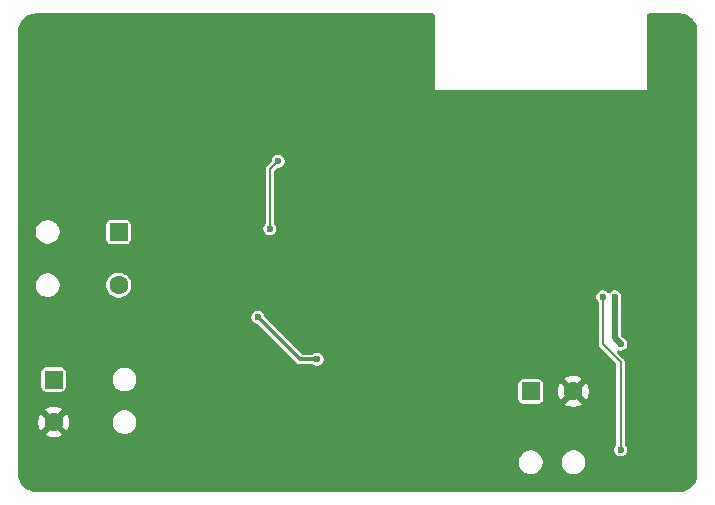
<source format=gbl>
%TF.GenerationSoftware,KiCad,Pcbnew,9.0.3*%
%TF.CreationDate,2025-09-14T12:06:08+10:00*%
%TF.ProjectId,WashingLineMonitor-P0001,57617368-696e-4674-9c69-6e654d6f6e69,AB*%
%TF.SameCoordinates,Original*%
%TF.FileFunction,Copper,L2,Bot*%
%TF.FilePolarity,Positive*%
%FSLAX46Y46*%
G04 Gerber Fmt 4.6, Leading zero omitted, Abs format (unit mm)*
G04 Created by KiCad (PCBNEW 9.0.3) date 2025-09-14 12:06:08*
%MOMM*%
%LPD*%
G01*
G04 APERTURE LIST*
G04 Aperture macros list*
%AMRoundRect*
0 Rectangle with rounded corners*
0 $1 Rounding radius*
0 $2 $3 $4 $5 $6 $7 $8 $9 X,Y pos of 4 corners*
0 Add a 4 corners polygon primitive as box body*
4,1,4,$2,$3,$4,$5,$6,$7,$8,$9,$2,$3,0*
0 Add four circle primitives for the rounded corners*
1,1,$1+$1,$2,$3*
1,1,$1+$1,$4,$5*
1,1,$1+$1,$6,$7*
1,1,$1+$1,$8,$9*
0 Add four rect primitives between the rounded corners*
20,1,$1+$1,$2,$3,$4,$5,0*
20,1,$1+$1,$4,$5,$6,$7,0*
20,1,$1+$1,$6,$7,$8,$9,0*
20,1,$1+$1,$8,$9,$2,$3,0*%
G04 Aperture macros list end*
%TA.AperFunction,ComponentPad*%
%ADD10RoundRect,0.250000X-0.550000X-0.550000X0.550000X-0.550000X0.550000X0.550000X-0.550000X0.550000X0*%
%TD*%
%TA.AperFunction,ComponentPad*%
%ADD11C,1.600000*%
%TD*%
%TA.AperFunction,ComponentPad*%
%ADD12RoundRect,0.250000X-0.550000X0.550000X-0.550000X-0.550000X0.550000X-0.550000X0.550000X0.550000X0*%
%TD*%
%TA.AperFunction,ViaPad*%
%ADD13C,0.600000*%
%TD*%
%TA.AperFunction,Conductor*%
%ADD14C,0.500000*%
%TD*%
%TA.AperFunction,Conductor*%
%ADD15C,0.300000*%
%TD*%
%TA.AperFunction,Conductor*%
%ADD16C,0.200000*%
%TD*%
G04 APERTURE END LIST*
D10*
%TO.P,J1,1,Pin_1*%
%TO.N,/Moisture Sensor/Vsens*%
X80900000Y-46500000D03*
D11*
%TO.P,J1,2,Pin_2*%
%TO.N,GND*%
X84500000Y-46500000D03*
%TD*%
D12*
%TO.P,L1,1,1*%
%TO.N,Net-(U6-AC2)*%
X46000000Y-33000000D03*
D11*
%TO.P,L1,2,2*%
%TO.N,Net-(C3-Pad1)*%
X46000000Y-37500000D03*
%TD*%
D12*
%TO.P,BT3,1,+*%
%TO.N,Vbatt*%
X40500000Y-45500000D03*
D11*
%TO.P,BT3,2,-*%
%TO.N,GND*%
X40500000Y-49100000D03*
%TD*%
D13*
%TO.N,GND*%
X67500000Y-27000000D03*
X83000000Y-27000000D03*
X62500000Y-21500000D03*
X50000000Y-49500000D03*
X92500000Y-23500000D03*
X66000000Y-50500000D03*
X59000000Y-52500000D03*
X75000000Y-21500000D03*
X65000000Y-48500000D03*
X69500000Y-33500000D03*
X76000000Y-38000000D03*
X68000000Y-35500000D03*
X70000000Y-35500000D03*
X58000000Y-52500000D03*
X77000000Y-47000000D03*
X69000000Y-35500000D03*
X91000000Y-49500000D03*
X71500000Y-52000000D03*
X77000000Y-49000000D03*
X55000000Y-52500000D03*
X71500000Y-51000000D03*
X56000000Y-34500000D03*
X77000000Y-38000000D03*
X56800000Y-34710000D03*
X76000000Y-37000000D03*
X68000000Y-32000000D03*
X61500000Y-49500000D03*
X74000000Y-47000000D03*
X71000000Y-23000000D03*
X65000000Y-47000000D03*
X54000000Y-49500000D03*
X74000000Y-49000000D03*
X82000000Y-27000000D03*
X83000000Y-29000000D03*
X63500000Y-49500000D03*
X92500000Y-24500000D03*
X75000000Y-37000000D03*
X75000000Y-22500000D03*
X66000000Y-35500000D03*
X91500000Y-45500000D03*
X91500000Y-44500000D03*
X52000000Y-49500000D03*
X88500000Y-23500000D03*
X92000000Y-49500000D03*
X80000000Y-27000000D03*
X93500000Y-22500000D03*
X71500000Y-53000000D03*
X59500000Y-21500000D03*
X76000000Y-52500000D03*
X60000000Y-52500000D03*
X92500000Y-21500000D03*
X83000000Y-32000000D03*
X60500000Y-49500000D03*
X83000000Y-28000000D03*
X62056265Y-32292265D03*
X66000000Y-53500000D03*
X75000000Y-23500000D03*
X75000000Y-38000000D03*
X64500000Y-49500000D03*
X88500000Y-22500000D03*
X71500000Y-50000000D03*
X66000000Y-52500000D03*
X51000000Y-49500000D03*
X65000000Y-35500000D03*
X55800000Y-35710000D03*
X79000000Y-27000000D03*
X71000000Y-21000000D03*
X59500000Y-49500000D03*
X71000000Y-22000000D03*
X72000000Y-21000000D03*
X83000000Y-31000000D03*
X56800000Y-35710000D03*
X93500000Y-21500000D03*
X71500000Y-49000000D03*
X88500000Y-21500000D03*
X83000000Y-30000000D03*
X74000000Y-48000000D03*
X66000000Y-51500000D03*
X92500000Y-20500000D03*
X76000000Y-51500000D03*
X64000000Y-21500000D03*
X67000000Y-35500000D03*
X93500000Y-23500000D03*
X56000000Y-21500000D03*
X93500000Y-24500000D03*
X65500000Y-45500000D03*
X75000000Y-36000000D03*
X62500000Y-49500000D03*
X53000000Y-21500000D03*
X93500000Y-20500000D03*
X81000000Y-27000000D03*
X69500000Y-28500000D03*
X53000000Y-49500000D03*
X77000000Y-48000000D03*
X92500000Y-22500000D03*
%TO.N,3V3*%
X88500000Y-42500000D03*
X88000000Y-38500000D03*
%TO.N,Net-(U6-AC1)*%
X62800000Y-43785000D03*
X57800000Y-40210000D03*
%TO.N,Net-(U6-RECT)*%
X59500000Y-27000000D03*
X58800000Y-32710000D03*
%TO.N,ESP_EN*%
X88500000Y-51450000D03*
X87000000Y-38500000D03*
%TD*%
D14*
%TO.N,3V3*%
X88000000Y-42000000D02*
X88000000Y-38500000D01*
X88500000Y-42500000D02*
X88000000Y-42000000D01*
D15*
%TO.N,Net-(U6-AC1)*%
X61375000Y-43785000D02*
X62800000Y-43785000D01*
X57800000Y-40210000D02*
X61375000Y-43785000D01*
D16*
%TO.N,Net-(U6-RECT)*%
X59500000Y-27010000D02*
X58800000Y-27710000D01*
X59500000Y-27000000D02*
X59500000Y-27010000D01*
X58800000Y-32710000D02*
X58800000Y-27710000D01*
%TO.N,ESP_EN*%
X88500000Y-44000000D02*
X87000000Y-42500000D01*
X88500000Y-51450000D02*
X88500000Y-44000000D01*
X87000000Y-42500000D02*
X87000000Y-38500000D01*
%TD*%
%TA.AperFunction,Conductor*%
%TO.N,GND*%
G36*
X72693039Y-14520185D02*
G01*
X72738794Y-14572989D01*
X72750000Y-14624500D01*
X72750000Y-21010000D01*
X90750000Y-21010000D01*
X90750000Y-14624500D01*
X90769685Y-14557461D01*
X90822489Y-14511706D01*
X90874000Y-14500500D01*
X93434108Y-14500500D01*
X93495572Y-14500500D01*
X93504418Y-14500816D01*
X93704561Y-14515130D01*
X93722063Y-14517647D01*
X93913797Y-14559355D01*
X93930755Y-14564334D01*
X94092064Y-14624500D01*
X94114609Y-14632909D01*
X94130701Y-14640259D01*
X94302904Y-14734288D01*
X94317784Y-14743849D01*
X94474867Y-14861441D01*
X94488237Y-14873027D01*
X94626972Y-15011762D01*
X94638558Y-15025132D01*
X94756146Y-15182210D01*
X94765711Y-15197095D01*
X94859740Y-15369298D01*
X94867090Y-15385390D01*
X94935662Y-15569236D01*
X94940646Y-15586212D01*
X94982351Y-15777931D01*
X94984869Y-15795442D01*
X94999184Y-15995580D01*
X94999500Y-16004427D01*
X94999500Y-53495572D01*
X94999184Y-53504419D01*
X94984869Y-53704557D01*
X94982351Y-53722068D01*
X94940646Y-53913787D01*
X94935662Y-53930763D01*
X94867090Y-54114609D01*
X94859740Y-54130701D01*
X94765711Y-54302904D01*
X94756146Y-54317789D01*
X94638558Y-54474867D01*
X94626972Y-54488237D01*
X94488237Y-54626972D01*
X94474867Y-54638558D01*
X94317789Y-54756146D01*
X94302904Y-54765711D01*
X94130701Y-54859740D01*
X94114609Y-54867090D01*
X93930763Y-54935662D01*
X93913787Y-54940646D01*
X93722068Y-54982351D01*
X93704557Y-54984869D01*
X93523779Y-54997799D01*
X93504417Y-54999184D01*
X93495572Y-54999500D01*
X39004428Y-54999500D01*
X38995582Y-54999184D01*
X38973622Y-54997613D01*
X38795442Y-54984869D01*
X38777931Y-54982351D01*
X38586212Y-54940646D01*
X38569236Y-54935662D01*
X38385390Y-54867090D01*
X38369298Y-54859740D01*
X38197095Y-54765711D01*
X38182210Y-54756146D01*
X38025132Y-54638558D01*
X38011762Y-54626972D01*
X37873027Y-54488237D01*
X37861441Y-54474867D01*
X37743849Y-54317784D01*
X37734288Y-54302904D01*
X37640259Y-54130701D01*
X37632909Y-54114609D01*
X37572091Y-53951551D01*
X37564334Y-53930755D01*
X37559355Y-53913797D01*
X37517647Y-53722063D01*
X37515130Y-53704556D01*
X37500816Y-53504418D01*
X37500500Y-53495572D01*
X37500500Y-52598543D01*
X79899499Y-52598543D01*
X79937947Y-52791829D01*
X79937950Y-52791839D01*
X80013364Y-52973907D01*
X80013371Y-52973920D01*
X80122860Y-53137781D01*
X80122863Y-53137785D01*
X80262214Y-53277136D01*
X80262218Y-53277139D01*
X80426079Y-53386628D01*
X80426092Y-53386635D01*
X80540704Y-53434108D01*
X80608165Y-53462051D01*
X80608169Y-53462051D01*
X80608170Y-53462052D01*
X80801456Y-53500500D01*
X80801459Y-53500500D01*
X80998543Y-53500500D01*
X81128582Y-53474632D01*
X81191835Y-53462051D01*
X81373914Y-53386632D01*
X81537782Y-53277139D01*
X81677139Y-53137782D01*
X81786632Y-52973914D01*
X81862051Y-52791835D01*
X81900500Y-52598543D01*
X83499499Y-52598543D01*
X83537947Y-52791829D01*
X83537950Y-52791839D01*
X83613364Y-52973907D01*
X83613371Y-52973920D01*
X83722860Y-53137781D01*
X83722863Y-53137785D01*
X83862214Y-53277136D01*
X83862218Y-53277139D01*
X84026079Y-53386628D01*
X84026092Y-53386635D01*
X84140704Y-53434108D01*
X84208165Y-53462051D01*
X84208169Y-53462051D01*
X84208170Y-53462052D01*
X84401456Y-53500500D01*
X84401459Y-53500500D01*
X84598543Y-53500500D01*
X84728582Y-53474632D01*
X84791835Y-53462051D01*
X84973914Y-53386632D01*
X85137782Y-53277139D01*
X85277139Y-53137782D01*
X85386632Y-52973914D01*
X85462051Y-52791835D01*
X85500500Y-52598541D01*
X85500500Y-52401459D01*
X85500500Y-52401456D01*
X85462052Y-52208170D01*
X85462051Y-52208169D01*
X85462051Y-52208165D01*
X85462049Y-52208160D01*
X85386635Y-52026092D01*
X85386628Y-52026079D01*
X85277139Y-51862218D01*
X85277136Y-51862214D01*
X85137785Y-51722863D01*
X85137781Y-51722860D01*
X84973920Y-51613371D01*
X84973907Y-51613364D01*
X84791839Y-51537950D01*
X84791829Y-51537947D01*
X84598543Y-51499500D01*
X84598541Y-51499500D01*
X84401459Y-51499500D01*
X84401457Y-51499500D01*
X84208170Y-51537947D01*
X84208160Y-51537950D01*
X84026092Y-51613364D01*
X84026079Y-51613371D01*
X83862218Y-51722860D01*
X83862214Y-51722863D01*
X83722863Y-51862214D01*
X83722860Y-51862218D01*
X83613371Y-52026079D01*
X83613364Y-52026092D01*
X83537950Y-52208160D01*
X83537947Y-52208170D01*
X83499500Y-52401456D01*
X83499500Y-52401459D01*
X83499500Y-52598541D01*
X83499500Y-52598543D01*
X83499499Y-52598543D01*
X81900500Y-52598543D01*
X81900500Y-52598541D01*
X81900500Y-52401459D01*
X81900500Y-52401456D01*
X81862052Y-52208170D01*
X81862051Y-52208169D01*
X81862051Y-52208165D01*
X81862049Y-52208160D01*
X81786635Y-52026092D01*
X81786628Y-52026079D01*
X81677139Y-51862218D01*
X81677136Y-51862214D01*
X81537785Y-51722863D01*
X81537781Y-51722860D01*
X81373920Y-51613371D01*
X81373907Y-51613364D01*
X81191839Y-51537950D01*
X81191829Y-51537947D01*
X80998543Y-51499500D01*
X80998541Y-51499500D01*
X80801459Y-51499500D01*
X80801457Y-51499500D01*
X80608170Y-51537947D01*
X80608160Y-51537950D01*
X80426092Y-51613364D01*
X80426079Y-51613371D01*
X80262218Y-51722860D01*
X80262214Y-51722863D01*
X80122863Y-51862214D01*
X80122860Y-51862218D01*
X80013371Y-52026079D01*
X80013364Y-52026092D01*
X79937950Y-52208160D01*
X79937947Y-52208170D01*
X79899500Y-52401456D01*
X79899500Y-52401459D01*
X79899500Y-52598541D01*
X79899500Y-52598543D01*
X79899499Y-52598543D01*
X37500500Y-52598543D01*
X37500500Y-50179474D01*
X39774076Y-50179474D01*
X39818650Y-50211859D01*
X40000968Y-50304755D01*
X40195582Y-50367990D01*
X40397683Y-50400000D01*
X40602317Y-50400000D01*
X40804417Y-50367990D01*
X40999031Y-50304755D01*
X41181349Y-50211859D01*
X41225921Y-50179474D01*
X40500000Y-49453553D01*
X39774076Y-50179474D01*
X37500500Y-50179474D01*
X37500500Y-48997682D01*
X39200000Y-48997682D01*
X39200000Y-49202317D01*
X39232009Y-49404417D01*
X39295244Y-49599031D01*
X39388141Y-49781350D01*
X39388147Y-49781359D01*
X39420523Y-49825921D01*
X39420524Y-49825922D01*
X40146446Y-49100001D01*
X40146446Y-49099999D01*
X40106951Y-49060504D01*
X40200000Y-49060504D01*
X40200000Y-49139496D01*
X40220444Y-49215796D01*
X40259940Y-49284205D01*
X40315795Y-49340060D01*
X40384204Y-49379556D01*
X40460504Y-49400000D01*
X40539496Y-49400000D01*
X40615796Y-49379556D01*
X40684205Y-49340060D01*
X40740060Y-49284205D01*
X40779556Y-49215796D01*
X40800000Y-49139496D01*
X40800000Y-49099999D01*
X40853553Y-49099999D01*
X40853553Y-49100001D01*
X41579474Y-49825922D01*
X41579474Y-49825921D01*
X41611859Y-49781349D01*
X41704755Y-49599031D01*
X41767990Y-49404417D01*
X41800000Y-49202317D01*
X41800000Y-49198543D01*
X45499499Y-49198543D01*
X45537947Y-49391829D01*
X45537950Y-49391839D01*
X45613364Y-49573907D01*
X45613371Y-49573920D01*
X45722860Y-49737781D01*
X45722863Y-49737785D01*
X45862214Y-49877136D01*
X45862218Y-49877139D01*
X46026079Y-49986628D01*
X46026092Y-49986635D01*
X46208160Y-50062049D01*
X46208165Y-50062051D01*
X46208169Y-50062051D01*
X46208170Y-50062052D01*
X46401456Y-50100500D01*
X46401459Y-50100500D01*
X46598543Y-50100500D01*
X46728582Y-50074632D01*
X46791835Y-50062051D01*
X46973914Y-49986632D01*
X47137782Y-49877139D01*
X47277139Y-49737782D01*
X47386632Y-49573914D01*
X47462051Y-49391835D01*
X47500500Y-49198541D01*
X47500500Y-49001459D01*
X47500500Y-49001456D01*
X47462052Y-48808170D01*
X47462051Y-48808169D01*
X47462051Y-48808165D01*
X47456839Y-48795582D01*
X47386635Y-48626092D01*
X47386628Y-48626079D01*
X47277139Y-48462218D01*
X47277136Y-48462214D01*
X47137785Y-48322863D01*
X47137781Y-48322860D01*
X46973920Y-48213371D01*
X46973907Y-48213364D01*
X46791839Y-48137950D01*
X46791829Y-48137947D01*
X46598543Y-48099500D01*
X46598541Y-48099500D01*
X46401459Y-48099500D01*
X46401457Y-48099500D01*
X46208170Y-48137947D01*
X46208160Y-48137950D01*
X46026092Y-48213364D01*
X46026079Y-48213371D01*
X45862218Y-48322860D01*
X45862214Y-48322863D01*
X45722863Y-48462214D01*
X45722860Y-48462218D01*
X45613371Y-48626079D01*
X45613364Y-48626092D01*
X45537950Y-48808160D01*
X45537947Y-48808170D01*
X45499500Y-49001456D01*
X45499500Y-49001459D01*
X45499500Y-49198541D01*
X45499500Y-49198543D01*
X45499499Y-49198543D01*
X41800000Y-49198543D01*
X41800000Y-48997682D01*
X41767990Y-48795582D01*
X41704755Y-48600968D01*
X41611859Y-48418650D01*
X41579474Y-48374077D01*
X41579474Y-48374076D01*
X40853553Y-49099999D01*
X40800000Y-49099999D01*
X40800000Y-49060504D01*
X40779556Y-48984204D01*
X40740060Y-48915795D01*
X40684205Y-48859940D01*
X40615796Y-48820444D01*
X40539496Y-48800000D01*
X40460504Y-48800000D01*
X40384204Y-48820444D01*
X40315795Y-48859940D01*
X40259940Y-48915795D01*
X40220444Y-48984204D01*
X40200000Y-49060504D01*
X40106951Y-49060504D01*
X39420524Y-48374077D01*
X39420523Y-48374077D01*
X39388143Y-48418644D01*
X39295244Y-48600968D01*
X39232009Y-48795582D01*
X39200000Y-48997682D01*
X37500500Y-48997682D01*
X37500500Y-48020523D01*
X39774077Y-48020523D01*
X39774077Y-48020524D01*
X40500000Y-48746446D01*
X41225922Y-48020524D01*
X41225921Y-48020523D01*
X41181359Y-47988147D01*
X41181350Y-47988141D01*
X40999031Y-47895244D01*
X40804417Y-47832009D01*
X40602317Y-47800000D01*
X40397683Y-47800000D01*
X40195582Y-47832009D01*
X40000968Y-47895244D01*
X39818644Y-47988143D01*
X39774077Y-48020523D01*
X37500500Y-48020523D01*
X37500500Y-47579474D01*
X83774076Y-47579474D01*
X83818650Y-47611859D01*
X84000968Y-47704755D01*
X84195582Y-47767990D01*
X84397683Y-47800000D01*
X84602317Y-47800000D01*
X84804417Y-47767990D01*
X84999031Y-47704755D01*
X85181349Y-47611859D01*
X85225921Y-47579474D01*
X84500000Y-46853553D01*
X83774076Y-47579474D01*
X37500500Y-47579474D01*
X37500500Y-44902135D01*
X39449500Y-44902135D01*
X39449500Y-46097870D01*
X39449501Y-46097876D01*
X39455908Y-46157483D01*
X39506202Y-46292328D01*
X39506206Y-46292335D01*
X39592452Y-46407544D01*
X39592455Y-46407547D01*
X39707664Y-46493793D01*
X39707671Y-46493797D01*
X39842517Y-46544091D01*
X39842516Y-46544091D01*
X39849444Y-46544835D01*
X39902127Y-46550500D01*
X41097872Y-46550499D01*
X41157483Y-46544091D01*
X41292331Y-46493796D01*
X41407546Y-46407546D01*
X41493796Y-46292331D01*
X41544091Y-46157483D01*
X41550500Y-46097873D01*
X41550500Y-45598543D01*
X45499499Y-45598543D01*
X45537947Y-45791829D01*
X45537950Y-45791839D01*
X45613364Y-45973907D01*
X45613371Y-45973920D01*
X45722860Y-46137781D01*
X45722863Y-46137785D01*
X45862214Y-46277136D01*
X45862218Y-46277139D01*
X46026079Y-46386628D01*
X46026092Y-46386635D01*
X46204430Y-46460504D01*
X46208165Y-46462051D01*
X46208169Y-46462051D01*
X46208170Y-46462052D01*
X46401456Y-46500500D01*
X46401459Y-46500500D01*
X46598543Y-46500500D01*
X46728582Y-46474632D01*
X46791835Y-46462051D01*
X46973914Y-46386632D01*
X47137782Y-46277139D01*
X47277139Y-46137782D01*
X47386632Y-45973914D01*
X47416364Y-45902135D01*
X79849500Y-45902135D01*
X79849500Y-47097870D01*
X79849501Y-47097876D01*
X79855908Y-47157483D01*
X79906202Y-47292328D01*
X79906206Y-47292335D01*
X79992452Y-47407544D01*
X79992455Y-47407547D01*
X80107664Y-47493793D01*
X80107671Y-47493797D01*
X80242517Y-47544091D01*
X80242516Y-47544091D01*
X80249444Y-47544835D01*
X80302127Y-47550500D01*
X81497872Y-47550499D01*
X81557483Y-47544091D01*
X81692331Y-47493796D01*
X81807546Y-47407546D01*
X81893796Y-47292331D01*
X81944091Y-47157483D01*
X81950500Y-47097873D01*
X81950499Y-46397682D01*
X83200000Y-46397682D01*
X83200000Y-46602317D01*
X83232009Y-46804417D01*
X83295244Y-46999031D01*
X83388141Y-47181350D01*
X83388147Y-47181359D01*
X83420523Y-47225921D01*
X83420524Y-47225922D01*
X84146446Y-46500001D01*
X84146446Y-46499999D01*
X84106951Y-46460504D01*
X84200000Y-46460504D01*
X84200000Y-46539496D01*
X84220444Y-46615796D01*
X84259940Y-46684205D01*
X84315795Y-46740060D01*
X84384204Y-46779556D01*
X84460504Y-46800000D01*
X84539496Y-46800000D01*
X84615796Y-46779556D01*
X84684205Y-46740060D01*
X84740060Y-46684205D01*
X84779556Y-46615796D01*
X84800000Y-46539496D01*
X84800000Y-46499999D01*
X84853553Y-46499999D01*
X84853553Y-46500000D01*
X85579474Y-47225921D01*
X85611859Y-47181349D01*
X85704755Y-46999031D01*
X85767990Y-46804417D01*
X85800000Y-46602317D01*
X85800000Y-46397682D01*
X85767990Y-46195582D01*
X85704755Y-46000968D01*
X85611859Y-45818650D01*
X85579474Y-45774077D01*
X85579474Y-45774076D01*
X84853553Y-46499999D01*
X84800000Y-46499999D01*
X84800000Y-46460504D01*
X84779556Y-46384204D01*
X84740060Y-46315795D01*
X84684205Y-46259940D01*
X84615796Y-46220444D01*
X84539496Y-46200000D01*
X84460504Y-46200000D01*
X84384204Y-46220444D01*
X84315795Y-46259940D01*
X84259940Y-46315795D01*
X84220444Y-46384204D01*
X84200000Y-46460504D01*
X84106951Y-46460504D01*
X83420524Y-45774077D01*
X83420523Y-45774077D01*
X83388143Y-45818644D01*
X83295244Y-46000968D01*
X83232009Y-46195582D01*
X83200000Y-46397682D01*
X81950499Y-46397682D01*
X81950499Y-45902128D01*
X81944091Y-45842517D01*
X81935189Y-45818650D01*
X81893797Y-45707671D01*
X81893793Y-45707664D01*
X81807547Y-45592455D01*
X81807544Y-45592452D01*
X81773610Y-45567049D01*
X81692335Y-45506206D01*
X81692328Y-45506202D01*
X81557482Y-45455908D01*
X81557483Y-45455908D01*
X81497883Y-45449501D01*
X81497881Y-45449500D01*
X81497873Y-45449500D01*
X81497864Y-45449500D01*
X80302129Y-45449500D01*
X80302123Y-45449501D01*
X80242516Y-45455908D01*
X80107671Y-45506202D01*
X80107664Y-45506206D01*
X79992455Y-45592452D01*
X79992452Y-45592455D01*
X79906206Y-45707664D01*
X79906202Y-45707671D01*
X79855908Y-45842517D01*
X79849501Y-45902116D01*
X79849501Y-45902123D01*
X79849500Y-45902135D01*
X47416364Y-45902135D01*
X47416369Y-45902123D01*
X47437398Y-45851354D01*
X47462049Y-45791839D01*
X47462051Y-45791835D01*
X47474632Y-45728582D01*
X47500500Y-45598543D01*
X47500500Y-45420523D01*
X83774077Y-45420523D01*
X83774077Y-45420524D01*
X84500000Y-46146446D01*
X85225922Y-45420524D01*
X85225921Y-45420523D01*
X85181359Y-45388147D01*
X85181350Y-45388141D01*
X84999031Y-45295244D01*
X84804417Y-45232009D01*
X84602317Y-45200000D01*
X84397683Y-45200000D01*
X84195582Y-45232009D01*
X84000968Y-45295244D01*
X83818644Y-45388143D01*
X83774077Y-45420523D01*
X47500500Y-45420523D01*
X47500500Y-45401456D01*
X47462052Y-45208170D01*
X47462051Y-45208169D01*
X47462051Y-45208165D01*
X47458669Y-45200000D01*
X47386635Y-45026092D01*
X47386628Y-45026079D01*
X47277139Y-44862218D01*
X47277136Y-44862214D01*
X47137785Y-44722863D01*
X47137781Y-44722860D01*
X46973920Y-44613371D01*
X46973907Y-44613364D01*
X46791839Y-44537950D01*
X46791829Y-44537947D01*
X46598543Y-44499500D01*
X46598541Y-44499500D01*
X46401459Y-44499500D01*
X46401457Y-44499500D01*
X46208170Y-44537947D01*
X46208160Y-44537950D01*
X46026092Y-44613364D01*
X46026079Y-44613371D01*
X45862218Y-44722860D01*
X45862214Y-44722863D01*
X45722863Y-44862214D01*
X45722860Y-44862218D01*
X45613371Y-45026079D01*
X45613364Y-45026092D01*
X45537950Y-45208160D01*
X45537947Y-45208170D01*
X45499500Y-45401456D01*
X45499500Y-45401459D01*
X45499500Y-45598541D01*
X45499500Y-45598543D01*
X45499499Y-45598543D01*
X41550500Y-45598543D01*
X41550499Y-44902128D01*
X41544091Y-44842517D01*
X41499462Y-44722861D01*
X41493797Y-44707671D01*
X41493793Y-44707664D01*
X41407547Y-44592455D01*
X41407544Y-44592452D01*
X41292335Y-44506206D01*
X41292328Y-44506202D01*
X41157482Y-44455908D01*
X41157483Y-44455908D01*
X41097883Y-44449501D01*
X41097881Y-44449500D01*
X41097873Y-44449500D01*
X41097864Y-44449500D01*
X39902129Y-44449500D01*
X39902123Y-44449501D01*
X39842516Y-44455908D01*
X39707671Y-44506202D01*
X39707664Y-44506206D01*
X39592455Y-44592452D01*
X39592452Y-44592455D01*
X39506206Y-44707664D01*
X39506202Y-44707671D01*
X39455908Y-44842517D01*
X39449501Y-44902116D01*
X39449501Y-44902123D01*
X39449500Y-44902135D01*
X37500500Y-44902135D01*
X37500500Y-40137525D01*
X57249500Y-40137525D01*
X57249500Y-40282475D01*
X57287016Y-40422485D01*
X57287017Y-40422488D01*
X57359488Y-40548011D01*
X57359490Y-40548013D01*
X57359491Y-40548015D01*
X57461985Y-40650509D01*
X57461986Y-40650510D01*
X57461988Y-40650511D01*
X57587511Y-40722982D01*
X57587512Y-40722982D01*
X57587515Y-40722984D01*
X57727525Y-40760500D01*
X57732745Y-40760500D01*
X57799784Y-40780185D01*
X57820426Y-40796819D01*
X61054519Y-44030912D01*
X61054520Y-44030913D01*
X61129087Y-44105480D01*
X61220413Y-44158207D01*
X61322273Y-44185500D01*
X61427726Y-44185500D01*
X62370614Y-44185500D01*
X62437653Y-44205185D01*
X62458295Y-44221819D01*
X62461985Y-44225509D01*
X62461986Y-44225510D01*
X62461988Y-44225511D01*
X62587511Y-44297982D01*
X62587512Y-44297982D01*
X62587515Y-44297984D01*
X62727525Y-44335500D01*
X62727528Y-44335500D01*
X62872472Y-44335500D01*
X62872475Y-44335500D01*
X63012485Y-44297984D01*
X63138015Y-44225509D01*
X63240509Y-44123015D01*
X63312984Y-43997485D01*
X63350500Y-43857475D01*
X63350500Y-43712525D01*
X63312984Y-43572515D01*
X63240509Y-43446985D01*
X63138015Y-43344491D01*
X63138013Y-43344490D01*
X63138011Y-43344488D01*
X63012488Y-43272017D01*
X63012489Y-43272017D01*
X63001006Y-43268940D01*
X62872475Y-43234500D01*
X62727525Y-43234500D01*
X62598993Y-43268940D01*
X62587511Y-43272017D01*
X62461988Y-43344488D01*
X62461982Y-43344493D01*
X62458295Y-43348181D01*
X62396972Y-43381666D01*
X62370614Y-43384500D01*
X61592255Y-43384500D01*
X61525216Y-43364815D01*
X61504574Y-43348181D01*
X58386819Y-40230426D01*
X58353334Y-40169103D01*
X58350500Y-40142745D01*
X58350500Y-40137527D01*
X58350500Y-40137525D01*
X58312984Y-39997515D01*
X58240509Y-39871985D01*
X58138015Y-39769491D01*
X58138013Y-39769490D01*
X58138011Y-39769488D01*
X58012488Y-39697017D01*
X58012489Y-39697017D01*
X58001006Y-39693940D01*
X57872475Y-39659500D01*
X57727525Y-39659500D01*
X57598993Y-39693940D01*
X57587511Y-39697017D01*
X57461988Y-39769488D01*
X57461982Y-39769493D01*
X57359493Y-39871982D01*
X57359488Y-39871988D01*
X57287017Y-39997511D01*
X57287016Y-39997515D01*
X57249500Y-40137525D01*
X37500500Y-40137525D01*
X37500500Y-37598543D01*
X38999499Y-37598543D01*
X39037947Y-37791829D01*
X39037950Y-37791839D01*
X39113364Y-37973907D01*
X39113371Y-37973920D01*
X39222860Y-38137781D01*
X39222863Y-38137785D01*
X39362214Y-38277136D01*
X39362218Y-38277139D01*
X39526079Y-38386628D01*
X39526092Y-38386635D01*
X39633058Y-38430941D01*
X39708165Y-38462051D01*
X39708169Y-38462051D01*
X39708170Y-38462052D01*
X39901456Y-38500500D01*
X39901459Y-38500500D01*
X40098543Y-38500500D01*
X40228582Y-38474632D01*
X40291835Y-38462051D01*
X40473914Y-38386632D01*
X40637782Y-38277139D01*
X40777139Y-38137782D01*
X40886632Y-37973914D01*
X40962051Y-37791835D01*
X40999520Y-37603469D01*
X41000500Y-37598543D01*
X41000500Y-37401456D01*
X40999520Y-37396530D01*
X44949500Y-37396530D01*
X44949500Y-37603469D01*
X44989868Y-37806412D01*
X44989870Y-37806420D01*
X45069058Y-37997596D01*
X45184024Y-38169657D01*
X45330342Y-38315975D01*
X45330345Y-38315977D01*
X45502402Y-38430941D01*
X45693580Y-38510130D01*
X45896530Y-38550499D01*
X45896534Y-38550500D01*
X45896535Y-38550500D01*
X46103466Y-38550500D01*
X46103467Y-38550499D01*
X46306420Y-38510130D01*
X46497598Y-38430941D01*
X46502710Y-38427525D01*
X86449500Y-38427525D01*
X86449500Y-38572475D01*
X86487016Y-38712485D01*
X86487017Y-38712488D01*
X86559488Y-38838011D01*
X86559493Y-38838017D01*
X86613181Y-38891705D01*
X86646666Y-38953028D01*
X86649500Y-38979386D01*
X86649500Y-42546144D01*
X86656556Y-42572475D01*
X86673386Y-42635287D01*
X86673387Y-42635290D01*
X86719527Y-42715208D01*
X86719531Y-42715213D01*
X88113181Y-44108862D01*
X88146666Y-44170185D01*
X88149500Y-44196543D01*
X88149500Y-50970614D01*
X88129815Y-51037653D01*
X88113181Y-51058295D01*
X88059493Y-51111982D01*
X88059488Y-51111988D01*
X87987017Y-51237511D01*
X87987016Y-51237515D01*
X87949500Y-51377525D01*
X87949500Y-51522475D01*
X87953647Y-51537950D01*
X87987017Y-51662488D01*
X88059488Y-51788011D01*
X88059490Y-51788013D01*
X88059491Y-51788015D01*
X88161985Y-51890509D01*
X88161986Y-51890510D01*
X88161988Y-51890511D01*
X88287511Y-51962982D01*
X88287512Y-51962982D01*
X88287515Y-51962984D01*
X88427525Y-52000500D01*
X88427528Y-52000500D01*
X88572472Y-52000500D01*
X88572475Y-52000500D01*
X88712485Y-51962984D01*
X88838015Y-51890509D01*
X88940509Y-51788015D01*
X89012984Y-51662485D01*
X89050500Y-51522475D01*
X89050500Y-51377525D01*
X89012984Y-51237515D01*
X88940509Y-51111985D01*
X88886819Y-51058295D01*
X88853334Y-50996972D01*
X88850500Y-50970614D01*
X88850500Y-43953858D01*
X88850500Y-43953856D01*
X88826614Y-43864712D01*
X88822434Y-43857472D01*
X88780473Y-43784794D01*
X88780470Y-43784791D01*
X88780469Y-43784788D01*
X88715212Y-43719531D01*
X88233828Y-43238147D01*
X88200344Y-43176825D01*
X88205328Y-43107133D01*
X88247200Y-43051200D01*
X88312664Y-43026783D01*
X88353599Y-43030691D01*
X88427525Y-43050500D01*
X88427528Y-43050500D01*
X88572472Y-43050500D01*
X88572475Y-43050500D01*
X88712485Y-43012984D01*
X88838015Y-42940509D01*
X88940509Y-42838015D01*
X89012984Y-42712485D01*
X89050500Y-42572475D01*
X89050500Y-42427525D01*
X89012984Y-42287515D01*
X88940509Y-42161985D01*
X88838015Y-42059491D01*
X88712485Y-41987016D01*
X88712482Y-41987015D01*
X88705121Y-41983965D01*
X88698193Y-41979335D01*
X88693157Y-41978240D01*
X88664903Y-41957089D01*
X88536819Y-41829005D01*
X88503334Y-41767682D01*
X88500500Y-41741324D01*
X88500500Y-38767288D01*
X88509941Y-38719831D01*
X88512982Y-38712488D01*
X88512981Y-38712488D01*
X88512984Y-38712485D01*
X88550500Y-38572475D01*
X88550500Y-38427525D01*
X88512984Y-38287515D01*
X88506993Y-38277139D01*
X88440511Y-38161988D01*
X88440506Y-38161982D01*
X88338017Y-38059493D01*
X88338011Y-38059488D01*
X88212488Y-37987017D01*
X88212489Y-37987017D01*
X88201006Y-37983940D01*
X88072475Y-37949500D01*
X87927525Y-37949500D01*
X87798993Y-37983940D01*
X87787511Y-37987017D01*
X87661988Y-38059488D01*
X87661982Y-38059493D01*
X87587681Y-38133795D01*
X87526358Y-38167280D01*
X87456666Y-38162296D01*
X87412319Y-38133795D01*
X87338017Y-38059493D01*
X87338011Y-38059488D01*
X87212488Y-37987017D01*
X87212489Y-37987017D01*
X87201006Y-37983940D01*
X87072475Y-37949500D01*
X86927525Y-37949500D01*
X86798993Y-37983940D01*
X86787511Y-37987017D01*
X86661988Y-38059488D01*
X86661982Y-38059493D01*
X86559493Y-38161982D01*
X86559488Y-38161988D01*
X86487017Y-38287511D01*
X86487016Y-38287515D01*
X86449500Y-38427525D01*
X46502710Y-38427525D01*
X46669655Y-38315977D01*
X46815977Y-38169655D01*
X46930941Y-37997598D01*
X47010130Y-37806420D01*
X47050500Y-37603465D01*
X47050500Y-37396535D01*
X47010130Y-37193580D01*
X46930941Y-37002402D01*
X46815977Y-36830345D01*
X46815975Y-36830342D01*
X46669657Y-36684024D01*
X46563916Y-36613371D01*
X46497598Y-36569059D01*
X46422492Y-36537949D01*
X46306420Y-36489870D01*
X46306412Y-36489868D01*
X46103469Y-36449500D01*
X46103465Y-36449500D01*
X45896535Y-36449500D01*
X45896530Y-36449500D01*
X45693587Y-36489868D01*
X45693579Y-36489870D01*
X45502403Y-36569058D01*
X45330342Y-36684024D01*
X45184024Y-36830342D01*
X45069058Y-37002403D01*
X44989870Y-37193579D01*
X44989868Y-37193587D01*
X44949500Y-37396530D01*
X40999520Y-37396530D01*
X40962052Y-37208170D01*
X40962051Y-37208169D01*
X40962051Y-37208165D01*
X40956009Y-37193579D01*
X40886635Y-37026092D01*
X40886628Y-37026079D01*
X40777139Y-36862218D01*
X40777136Y-36862214D01*
X40637785Y-36722863D01*
X40637781Y-36722860D01*
X40473920Y-36613371D01*
X40473907Y-36613364D01*
X40291839Y-36537950D01*
X40291829Y-36537947D01*
X40098543Y-36499500D01*
X40098541Y-36499500D01*
X39901459Y-36499500D01*
X39901457Y-36499500D01*
X39708170Y-36537947D01*
X39708160Y-36537950D01*
X39526092Y-36613364D01*
X39526079Y-36613371D01*
X39362218Y-36722860D01*
X39362214Y-36722863D01*
X39222863Y-36862214D01*
X39222860Y-36862218D01*
X39113371Y-37026079D01*
X39113364Y-37026092D01*
X39037950Y-37208160D01*
X39037947Y-37208170D01*
X38999500Y-37401456D01*
X38999500Y-37401459D01*
X38999500Y-37598541D01*
X38999500Y-37598543D01*
X38999499Y-37598543D01*
X37500500Y-37598543D01*
X37500500Y-33098543D01*
X38999499Y-33098543D01*
X39037947Y-33291829D01*
X39037950Y-33291839D01*
X39113364Y-33473907D01*
X39113371Y-33473920D01*
X39222860Y-33637781D01*
X39222863Y-33637785D01*
X39362214Y-33777136D01*
X39362218Y-33777139D01*
X39526079Y-33886628D01*
X39526092Y-33886635D01*
X39708160Y-33962049D01*
X39708165Y-33962051D01*
X39708169Y-33962051D01*
X39708170Y-33962052D01*
X39901456Y-34000500D01*
X39901459Y-34000500D01*
X40098543Y-34000500D01*
X40228582Y-33974632D01*
X40291835Y-33962051D01*
X40473914Y-33886632D01*
X40637782Y-33777139D01*
X40777139Y-33637782D01*
X40886632Y-33473914D01*
X40962051Y-33291835D01*
X40975747Y-33222982D01*
X41000500Y-33098543D01*
X41000500Y-32901456D01*
X40962052Y-32708170D01*
X40962051Y-32708169D01*
X40962051Y-32708165D01*
X40932791Y-32637525D01*
X40886635Y-32526092D01*
X40886628Y-32526079D01*
X40847618Y-32467697D01*
X40803811Y-32402135D01*
X44949500Y-32402135D01*
X44949500Y-33597870D01*
X44949501Y-33597876D01*
X44955908Y-33657483D01*
X45006202Y-33792328D01*
X45006206Y-33792335D01*
X45092452Y-33907544D01*
X45092455Y-33907547D01*
X45207664Y-33993793D01*
X45207671Y-33993797D01*
X45342517Y-34044091D01*
X45342516Y-34044091D01*
X45349444Y-34044835D01*
X45402127Y-34050500D01*
X46597872Y-34050499D01*
X46657483Y-34044091D01*
X46792331Y-33993796D01*
X46907546Y-33907546D01*
X46993796Y-33792331D01*
X47044091Y-33657483D01*
X47050500Y-33597873D01*
X47050499Y-32637525D01*
X58249500Y-32637525D01*
X58249500Y-32782475D01*
X58281382Y-32901459D01*
X58287017Y-32922488D01*
X58359488Y-33048011D01*
X58359490Y-33048013D01*
X58359491Y-33048015D01*
X58461985Y-33150509D01*
X58461986Y-33150510D01*
X58461988Y-33150511D01*
X58587511Y-33222982D01*
X58587512Y-33222982D01*
X58587515Y-33222984D01*
X58727525Y-33260500D01*
X58727528Y-33260500D01*
X58872472Y-33260500D01*
X58872475Y-33260500D01*
X59012485Y-33222984D01*
X59138015Y-33150509D01*
X59240509Y-33048015D01*
X59312984Y-32922485D01*
X59350500Y-32782475D01*
X59350500Y-32637525D01*
X59312984Y-32497515D01*
X59257909Y-32402123D01*
X59240511Y-32371988D01*
X59240506Y-32371982D01*
X59186819Y-32318295D01*
X59153334Y-32256972D01*
X59150500Y-32230614D01*
X59150500Y-27906544D01*
X59170185Y-27839505D01*
X59186819Y-27818863D01*
X59418863Y-27586819D01*
X59480186Y-27553334D01*
X59506544Y-27550500D01*
X59572472Y-27550500D01*
X59572475Y-27550500D01*
X59712485Y-27512984D01*
X59838015Y-27440509D01*
X59940509Y-27338015D01*
X60012984Y-27212485D01*
X60050500Y-27072475D01*
X60050500Y-26927525D01*
X60012984Y-26787515D01*
X59940509Y-26661985D01*
X59838015Y-26559491D01*
X59838013Y-26559490D01*
X59838011Y-26559488D01*
X59712488Y-26487017D01*
X59712489Y-26487017D01*
X59701006Y-26483940D01*
X59572475Y-26449500D01*
X59427525Y-26449500D01*
X59298993Y-26483940D01*
X59287511Y-26487017D01*
X59161988Y-26559488D01*
X59161982Y-26559493D01*
X59059493Y-26661982D01*
X59059488Y-26661988D01*
X58987017Y-26787511D01*
X58987016Y-26787515D01*
X58949500Y-26927525D01*
X58949500Y-26927527D01*
X58949500Y-27013455D01*
X58929815Y-27080494D01*
X58913181Y-27101136D01*
X58519533Y-27494783D01*
X58519532Y-27494784D01*
X58519530Y-27494788D01*
X58509025Y-27512984D01*
X58491205Y-27543848D01*
X58473386Y-27574711D01*
X58449500Y-27663856D01*
X58449500Y-32230614D01*
X58429815Y-32297653D01*
X58413181Y-32318295D01*
X58359493Y-32371982D01*
X58359488Y-32371988D01*
X58287017Y-32497511D01*
X58287016Y-32497515D01*
X58249500Y-32637525D01*
X47050499Y-32637525D01*
X47050499Y-32402128D01*
X47044091Y-32342517D01*
X46999462Y-32222861D01*
X46993797Y-32207671D01*
X46993793Y-32207664D01*
X46907547Y-32092455D01*
X46907544Y-32092452D01*
X46792335Y-32006206D01*
X46792328Y-32006202D01*
X46657482Y-31955908D01*
X46657483Y-31955908D01*
X46597883Y-31949501D01*
X46597881Y-31949500D01*
X46597873Y-31949500D01*
X46597864Y-31949500D01*
X45402129Y-31949500D01*
X45402123Y-31949501D01*
X45342516Y-31955908D01*
X45207671Y-32006202D01*
X45207664Y-32006206D01*
X45092455Y-32092452D01*
X45092452Y-32092455D01*
X45006206Y-32207664D01*
X45006202Y-32207671D01*
X44955908Y-32342517D01*
X44952740Y-32371988D01*
X44949501Y-32402123D01*
X44949500Y-32402135D01*
X40803811Y-32402135D01*
X40777139Y-32362217D01*
X40637785Y-32222863D01*
X40637781Y-32222860D01*
X40473920Y-32113371D01*
X40473907Y-32113364D01*
X40291839Y-32037950D01*
X40291829Y-32037947D01*
X40098543Y-31999500D01*
X40098541Y-31999500D01*
X39901459Y-31999500D01*
X39901457Y-31999500D01*
X39708170Y-32037947D01*
X39708160Y-32037950D01*
X39526092Y-32113364D01*
X39526079Y-32113371D01*
X39362218Y-32222860D01*
X39362214Y-32222863D01*
X39222863Y-32362214D01*
X39222860Y-32362218D01*
X39113371Y-32526079D01*
X39113364Y-32526092D01*
X39037950Y-32708160D01*
X39037947Y-32708170D01*
X38999500Y-32901456D01*
X38999500Y-32901459D01*
X38999500Y-33098541D01*
X38999500Y-33098543D01*
X38999499Y-33098543D01*
X37500500Y-33098543D01*
X37500500Y-16004427D01*
X37500816Y-15995581D01*
X37515130Y-15795443D01*
X37515131Y-15795434D01*
X37517646Y-15777938D01*
X37559356Y-15586199D01*
X37564333Y-15569248D01*
X37632911Y-15385385D01*
X37640259Y-15369298D01*
X37702815Y-15254734D01*
X37734291Y-15197089D01*
X37743845Y-15182221D01*
X37861448Y-15025123D01*
X37873020Y-15011769D01*
X38011769Y-14873020D01*
X38025123Y-14861448D01*
X38182221Y-14743845D01*
X38197089Y-14734291D01*
X38369298Y-14640258D01*
X38385385Y-14632911D01*
X38569248Y-14564333D01*
X38586199Y-14559356D01*
X38777938Y-14517646D01*
X38795436Y-14515130D01*
X38995582Y-14500816D01*
X39004428Y-14500500D01*
X39065892Y-14500500D01*
X72626000Y-14500500D01*
X72693039Y-14520185D01*
G37*
%TD.AperFunction*%
%TD*%
M02*

</source>
